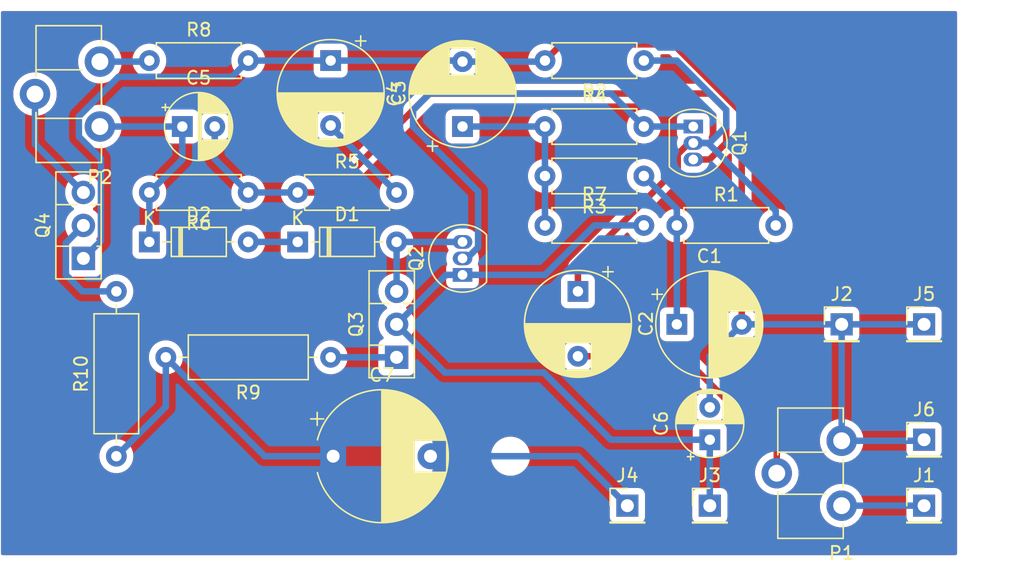
<source format=kicad_pcb>
(kicad_pcb (version 20211014) (generator pcbnew)
  (layers (0 "F.Cu" signal) (31 "B.Cu" signal) (34 "B.Paste" user) (35 "F.Paste" user) (36 "B.SilkS" user "B.Silkscreen") (37 "F.SilkS" user "F.Silkscreen") (38 "B.Mask" user) (39 "F.Mask" user) (44 "Edge.Cuts" user))
  (net 0 "")
  (net 1 "Earth")
  (net 2 "Net-(C1-Pad1)")
  (net 3 "Net-(C2-Pad2)")
  (net 4 "Net-(C2-Pad1)")
  (net 5 "Net-(C3-Pad2)")
  (net 6 "Net-(C4-Pad1)")
  (net 7 "Net-(C5-Pad2)")
  (net 8 "Net-(C5-Pad1)")
  (net 9 "Net-(C6-Pad1)")
  (net 10 "Net-(C7-Pad2)")
  (net 11 "Net-(C7-Pad1)")
  (net 12 "Net-(D1-Pad2)")
  (net 13 "Net-(D1-Pad1)")
  (net 14 "Net-(J1-Pad1)")
  (net 15 "Net-(P2-Pad2)")
  (net 16 "Net-(P2-Pad3)")
  (net 17 "Net-(Q1-Pad1)")
  (net 18 "Net-(Q3-Pad1)")
  (net 19 "Net-(Q4-Pad2)")
  (footprint "Capacitor_THT:CP_Radial_D8.0mm_P5.00mm" (layer "F.Cu") (at 156.21 83.74)
    (fp_text reference "C1" (at 2.5 -5.25) (layer "F.SilkS"))
    (fp_text value "470µF")
    (pad "1" thru_hole rect locked (at 0 0) (size 1.6 1.6) (drill 0.8) (layers *.Cu *.Mask) (net 2 "Net-(C1-Pad1)"))
    (pad "2" thru_hole circle locked (at 5 0) (size 1.6 1.6) (drill 0.8) (layers *.Cu *.Mask) (net 1 "Earth"))
  )
  (footprint "Capacitor_THT:CP_Radial_D8.0mm_P5.00mm" (layer "F.Cu") (at 148.59 81.2 -90)
    (fp_text reference "C2" (at 2.5 -5.25 90) (layer "F.SilkS"))
    (fp_text value "100nF")
    (pad "1" thru_hole rect locked (at 0 0 270) (size 1.6 1.6) (drill 0.8) (layers *.Cu *.Mask) (net 4 "Net-(C2-Pad1)"))
    (pad "2" thru_hole circle locked (at 5 0 270) (size 1.6 1.6) (drill 0.8) (layers *.Cu *.Mask) (net 3 "Net-(C2-Pad2)"))
  )
  (footprint "Capacitor_THT:CP_Radial_D8.0mm_P5.00mm" (layer "F.Cu") (at 129.54 63.42 -90)
    (fp_text reference "C3" (at 2.5 -5.25 90) (layer "F.SilkS"))
    (fp_text value "330µF")
    (pad "1" thru_hole rect locked (at 0 0 270) (size 1.6 1.6) (drill 0.8) (layers *.Cu *.Mask) (net 1 "Earth"))
    (pad "2" thru_hole circle locked (at 5 0 270) (size 1.6 1.6) (drill 0.8) (layers *.Cu *.Mask) (net 5 "Net-(C3-Pad2)"))
  )
  (footprint "Capacitor_THT:CP_Radial_D8.0mm_P5.00mm" (layer "F.Cu") (at 139.7 68.5 90)
    (fp_text reference "C4" (at 2.5 -5.25 90) (layer "F.SilkS"))
    (fp_text value "220µF")
    (pad "1" thru_hole rect locked (at 0 0 90) (size 1.6 1.6) (drill 0.8) (layers *.Cu *.Mask) (net 6 "Net-(C4-Pad1)"))
    (pad "2" thru_hole circle locked (at 5 0 90) (size 1.6 1.6) (drill 0.8) (layers *.Cu *.Mask) (net 1 "Earth"))
  )
  (footprint "Capacitor_THT:CP_Radial_D5.0mm_P2.50mm" (layer "F.Cu") (at 118.11 68.5)
    (fp_text reference "C5" (at 1.25 -3.75) (layer "F.SilkS"))
    (fp_text value "150pF")
    (pad "1" thru_hole rect locked (at 0 0) (size 1.6 1.6) (drill 0.8) (layers *.Cu *.Mask) (net 8 "Net-(C5-Pad1)"))
    (pad "2" thru_hole circle locked (at 2.5 0) (size 1.6 1.6) (drill 0.8) (layers *.Cu *.Mask) (net 7 "Net-(C5-Pad2)"))
  )
  (footprint "Capacitor_THT:CP_Radial_D5.0mm_P2.50mm" (layer "F.Cu") (at 158.75 92.63 90)
    (fp_text reference "C6" (at 1.25 -3.75 90) (layer "F.SilkS"))
    (fp_text value "100µF")
    (pad "1" thru_hole rect locked (at 0 0 90) (size 1.6 1.6) (drill 0.8) (layers *.Cu *.Mask) (net 9 "Net-(C6-Pad1)"))
    (pad "2" thru_hole circle locked (at 2.5 0 90) (size 1.6 1.6) (drill 0.8) (layers *.Cu *.Mask) (net 1 "Earth"))
  )
  (footprint "Capacitor_THT:CP_Radial_D10.0mm_P7.50mm" (layer "F.Cu") (at 129.732323 93.9)
    (fp_text reference "C7" (at 3.75 -6.25) (layer "F.SilkS"))
    (fp_text value "220µF")
    (pad "1" thru_hole rect locked (at 0 0) (size 2 2) (drill 1) (layers *.Cu *.Mask) (net 11 "Net-(C7-Pad1)"))
    (pad "2" thru_hole circle locked (at 7.5 0) (size 2 2) (drill 1) (layers *.Cu *.Mask) (net 10 "Net-(C7-Pad2)"))
  )
  (footprint "Diode_THT:D_DO-35_SOD27_P7.62mm_Horizontal" (layer "F.Cu") (at 127 77.39)
    (fp_text reference "D1" (at 3.81 -2.12) (layer "F.SilkS"))
    (fp_text value "1N4148")
    (fp_text user "K" (at 0 -1.8) (layer "F.SilkS"))
    (pad "1" thru_hole rect locked (at 0 0) (size 1.6 1.6) (drill 0.8) (layers *.Cu *.Mask) (net 13 "Net-(D1-Pad1)"))
    (pad "2" thru_hole oval locked (at 7.62 0) (size 1.6 1.6) (drill 0.8) (layers *.Cu *.Mask) (net 12 "Net-(D1-Pad2)"))
  )
  (footprint "Diode_THT:D_DO-35_SOD27_P7.62mm_Horizontal" (layer "F.Cu") (at 115.57 77.39)
    (fp_text reference "D2" (at 3.81 -2.12) (layer "F.SilkS"))
    (fp_text value "1N4148")
    (fp_text user "K" (at 0 -1.8) (layer "F.SilkS"))
    (pad "1" thru_hole rect locked (at 0 0) (size 1.6 1.6) (drill 0.8) (layers *.Cu *.Mask) (net 8 "Net-(C5-Pad1)"))
    (pad "2" thru_hole oval locked (at 7.62 0) (size 1.6 1.6) (drill 0.8) (layers *.Cu *.Mask) (net 13 "Net-(D1-Pad1)"))
  )
  (footprint "Connector_PinHeader_2.54mm:PinHeader_1x01_P2.54mm_Vertical" (layer "F.Cu") (at 175.26 97.71)
    (fp_text reference "J1" (at 0 -2.33) (layer "F.SilkS"))
    (fp_text value "Conn_01x01_Female")
    (pad "1" thru_hole rect locked (at 0 0) (size 1.7 1.7) (drill 1) (layers *.Cu *.Mask) (net 14 "Net-(J1-Pad1)"))
  )
  (footprint "Connector_PinHeader_2.54mm:PinHeader_1x01_P2.54mm_Vertical" (layer "F.Cu") (at 168.91 83.74)
    (fp_text reference "J2" (at 0 -2.33) (layer "F.SilkS"))
    (fp_text value "Conn_01x01_Female")
    (pad "1" thru_hole rect locked (at 0 0) (size 1.7 1.7) (drill 1) (layers *.Cu *.Mask) (net 1 "Earth"))
  )
  (footprint "Connector_PinHeader_2.54mm:PinHeader_1x01_P2.54mm_Vertical" (layer "F.Cu") (at 158.75 97.71)
    (fp_text reference "J3" (at 0 -2.33) (layer "F.SilkS"))
    (fp_text value "Conn_01x01_Female")
    (pad "1" thru_hole rect locked (at 0 0) (size 1.7 1.7) (drill 1) (layers *.Cu *.Mask) (net 9 "Net-(C6-Pad1)"))
  )
  (footprint "Connector_PinHeader_2.54mm:PinHeader_1x01_P2.54mm_Vertical" (layer "F.Cu") (at 152.4 97.71)
    (fp_text reference "J4" (at 0 -2.33) (layer "F.SilkS"))
    (fp_text value "Conn_01x01_Female")
    (pad "1" thru_hole rect locked (at 0 0) (size 1.7 1.7) (drill 1) (layers *.Cu *.Mask) (net 10 "Net-(C7-Pad2)"))
  )
  (footprint "Connector_PinHeader_2.54mm:PinHeader_1x01_P2.54mm_Vertical" (layer "F.Cu") (at 175.26 83.74)
    (fp_text reference "J5" (at 0 -2.33) (layer "F.SilkS"))
    (fp_text value "Conn_01x01_Female")
    (pad "1" thru_hole rect locked (at 0 0) (size 1.7 1.7) (drill 1) (layers *.Cu *.Mask) (net 1 "Earth"))
  )
  (footprint "Connector_PinHeader_2.54mm:PinHeader_1x01_P2.54mm_Vertical" (layer "F.Cu") (at 175.26 92.63)
    (fp_text reference "J6" (at 0 -2.33) (layer "F.SilkS"))
    (fp_text value "Conn_01x01_Female")
    (pad "1" thru_hole rect locked (at 0 0) (size 1.7 1.7) (drill 1) (layers *.Cu *.Mask) (net 1 "Earth"))
  )
  (footprint "Potentiometer_THT:Potentiometer_ACP_CA9-H5_Horizontal" (layer "F.Cu") (at 168.91 97.71 180)
    (fp_text reference "P1" (at 0 -3.65) (layer "F.SilkS"))
    (fp_text value "100k")
    (pad "1" thru_hole circle locked (at 0 0 180) (size 2.34 2.34) (drill 1.3) (layers *.Cu *.Mask) (net 14 "Net-(J1-Pad1)"))
    (pad "2" thru_hole circle locked (at 5 2.5 180) (size 2.34 2.34) (drill 1.3) (layers *.Cu *.Mask) (net 3 "Net-(C2-Pad2)"))
    (pad "3" thru_hole circle locked (at 0 5 180) (size 2.34 2.34) (drill 1.3) (layers *.Cu *.Mask) (net 1 "Earth"))
  )
  (footprint "Potentiometer_THT:Potentiometer_Piher_PT-10-H05_Horizontal" (layer "F.Cu") (at 111.76 68.5 180)
    (fp_text reference "P2" (at 0 -3.9) (layer "F.SilkS"))
    (fp_text value "470")
    (pad "1" thru_hole circle locked (at 0 0 180) (size 2.34 2.34) (drill 1.3) (layers *.Cu *.Mask) (net 8 "Net-(C5-Pad1)"))
    (pad "2" thru_hole circle locked (at 5 2.5 180) (size 2.34 2.34) (drill 1.3) (layers *.Cu *.Mask) (net 15 "Net-(P2-Pad2)"))
    (pad "3" thru_hole circle locked (at 0 5 180) (size 2.34 2.34) (drill 1.3) (layers *.Cu *.Mask) (net 16 "Net-(P2-Pad3)"))
  )
  (footprint "Package_TO_SOT_THT:TO-92_Inline" (layer "F.Cu") (at 157.48 68.5 -90)
    (fp_text reference "Q1" (at 1.27 -3.56 90) (layer "F.SilkS"))
    (fp_text value "BC547")
    (pad "1" thru_hole rect locked (at 0 0 270) (size 1.05 1.5) (drill 0.75) (layers *.Cu *.Mask) (net 17 "Net-(Q1-Pad1)"))
    (pad "2" thru_hole oval locked (at 1.27 0 270) (size 1.05 1.5) (drill 0.75) (layers *.Cu *.Mask) (net 4 "Net-(C2-Pad1)"))
    (pad "3" thru_hole oval locked (at 2.54 0 270) (size 1.05 1.5) (drill 0.75) (layers *.Cu *.Mask) (net 7 "Net-(C5-Pad2)"))
  )
  (footprint "Package_TO_SOT_THT:TO-92_Inline" (layer "F.Cu") (at 139.7 79.93 90)
    (fp_text reference "Q2" (at 1.27 -3.56 90) (layer "F.SilkS"))
    (fp_text value "BC558")
    (pad "1" thru_hole rect locked (at 0 0 90) (size 1.05 1.5) (drill 0.75) (layers *.Cu *.Mask) (net 9 "Net-(C6-Pad1)"))
    (pad "2" thru_hole oval locked (at 1.27 0 90) (size 1.05 1.5) (drill 0.75) (layers *.Cu *.Mask) (net 17 "Net-(Q1-Pad1)"))
    (pad "3" thru_hole oval locked (at 2.54 0 90) (size 1.05 1.5) (drill 0.75) (layers *.Cu *.Mask) (net 12 "Net-(D1-Pad2)"))
  )
  (footprint "Package_TO_SOT_THT:TO-126-3_Vertical" (layer "F.Cu") (at 134.62 86.28 90)
    (fp_text reference "Q3" (at 2.54 -3.12 90) (layer "F.SilkS"))
    (fp_text value "BD139")
    (pad "1" thru_hole rect locked (at 0 0 90) (size 1.8 1.8) (drill 1) (layers *.Cu *.Mask) (net 18 "Net-(Q3-Pad1)"))
    (pad "2" thru_hole oval locked (at 2.54 0 90) (size 1.8 1.8) (drill 1) (layers *.Cu *.Mask) (net 9 "Net-(C6-Pad1)"))
    (pad "3" thru_hole oval locked (at 5.08 0 90) (size 1.8 1.8) (drill 1) (layers *.Cu *.Mask) (net 12 "Net-(D1-Pad2)"))
  )
  (footprint "Package_TO_SOT_THT:TO-126-3_Vertical" (layer "F.Cu") (at 110.49 78.66 90)
    (fp_text reference "Q4" (at 2.54 -3.12 90) (layer "F.SilkS"))
    (fp_text value "BD140")
    (pad "1" thru_hole rect locked (at 0 0 90) (size 1.8 1.8) (drill 1) (layers *.Cu *.Mask) (net 1 "Earth"))
    (pad "2" thru_hole oval locked (at 2.54 0 90) (size 1.8 1.8) (drill 1) (layers *.Cu *.Mask) (net 19 "Net-(Q4-Pad2)"))
    (pad "3" thru_hole oval locked (at 5.08 0 90) (size 1.8 1.8) (drill 1) (layers *.Cu *.Mask) (net 15 "Net-(P2-Pad2)"))
  )
  (footprint "Resistor_THT:R_Axial_DIN0207_L6.3mm_D2.5mm_P7.62mm_Horizontal" (layer "F.Cu") (at 156.21 76.12)
    (fp_text reference "R1" (at 3.81 -2.37) (layer "F.SilkS"))
    (fp_text value "27k")
    (pad "1" thru_hole circle locked (at 0 0) (size 1.6 1.6) (drill 0.8) (layers *.Cu *.Mask) (net 2 "Net-(C1-Pad1)"))
    (pad "2" thru_hole oval locked (at 7.62 0) (size 1.6 1.6) (drill 0.8) (layers *.Cu *.Mask) (net 4 "Net-(C2-Pad1)"))
  )
  (footprint "Resistor_THT:R_Axial_DIN0207_L6.3mm_D2.5mm_P7.62mm_Horizontal" (layer "F.Cu") (at 153.67 63.42 180)
    (fp_text reference "R2" (at 3.81 -2.37) (layer "F.SilkS"))
    (fp_text value "100k")
    (pad "1" thru_hole circle locked (at 0 0 180) (size 1.6 1.6) (drill 0.8) (layers *.Cu *.Mask) (net 4 "Net-(C2-Pad1)"))
    (pad "2" thru_hole oval locked (at 7.62 0 180) (size 1.6 1.6) (drill 0.8) (layers *.Cu *.Mask) (net 1 "Earth"))
  )
  (footprint "Resistor_THT:R_Axial_DIN0207_L6.3mm_D2.5mm_P7.62mm_Horizontal" (layer "F.Cu") (at 153.67 72.31 180)
    (fp_text reference "R3" (at 3.81 -2.37) (layer "F.SilkS"))
    (fp_text value "27k")
    (pad "1" thru_hole circle locked (at 0 0 180) (size 1.6 1.6) (drill 0.8) (layers *.Cu *.Mask) (net 2 "Net-(C1-Pad1)"))
    (pad "2" thru_hole oval locked (at 7.62 0 180) (size 1.6 1.6) (drill 0.8) (layers *.Cu *.Mask) (net 6 "Net-(C4-Pad1)"))
  )
  (footprint "Resistor_THT:R_Axial_DIN0207_L6.3mm_D2.5mm_P7.62mm_Horizontal" (layer "F.Cu") (at 146.05 68.5)
    (fp_text reference "R4" (at 3.81 -2.37) (layer "F.SilkS"))
    (fp_text value "12k")
    (pad "1" thru_hole circle locked (at 0 0) (size 1.6 1.6) (drill 0.8) (layers *.Cu *.Mask) (net 6 "Net-(C4-Pad1)"))
    (pad "2" thru_hole oval locked (at 7.62 0) (size 1.6 1.6) (drill 0.8) (layers *.Cu *.Mask) (net 17 "Net-(Q1-Pad1)"))
  )
  (footprint "Resistor_THT:R_Axial_DIN0207_L6.3mm_D2.5mm_P7.62mm_Horizontal" (layer "F.Cu") (at 127 73.58)
    (fp_text reference "R5" (at 3.81 -2.37) (layer "F.SilkS"))
    (fp_text value "1k")
    (pad "1" thru_hole circle locked (at 0 0) (size 1.6 1.6) (drill 0.8) (layers *.Cu *.Mask) (net 7 "Net-(C5-Pad2)"))
    (pad "2" thru_hole oval locked (at 7.62 0) (size 1.6 1.6) (drill 0.8) (layers *.Cu *.Mask) (net 5 "Net-(C3-Pad2)"))
  )
  (footprint "Resistor_THT:R_Axial_DIN0207_L6.3mm_D2.5mm_P7.62mm_Horizontal" (layer "F.Cu") (at 123.19 73.58 180)
    (fp_text reference "R6" (at 3.81 -2.37) (layer "F.SilkS"))
    (fp_text value "22k")
    (pad "1" thru_hole circle locked (at 0 0 180) (size 1.6 1.6) (drill 0.8) (layers *.Cu *.Mask) (net 7 "Net-(C5-Pad2)"))
    (pad "2" thru_hole oval locked (at 7.62 0 180) (size 1.6 1.6) (drill 0.8) (layers *.Cu *.Mask) (net 8 "Net-(C5-Pad1)"))
  )
  (footprint "Resistor_THT:R_Axial_DIN0207_L6.3mm_D2.5mm_P7.62mm_Horizontal" (layer "F.Cu") (at 146.05 76.12)
    (fp_text reference "R7" (at 3.81 -2.37) (layer "F.SilkS"))
    (fp_text value "330")
    (pad "1" thru_hole circle locked (at 0 0) (size 1.6 1.6) (drill 0.8) (layers *.Cu *.Mask) (net 6 "Net-(C4-Pad1)"))
    (pad "2" thru_hole oval locked (at 7.62 0) (size 1.6 1.6) (drill 0.8) (layers *.Cu *.Mask) (net 9 "Net-(C6-Pad1)"))
  )
  (footprint "Resistor_THT:R_Axial_DIN0207_L6.3mm_D2.5mm_P7.62mm_Horizontal" (layer "F.Cu") (at 115.57 63.42)
    (fp_text reference "R8" (at 3.81 -2.37) (layer "F.SilkS"))
    (fp_text value "1k8")
    (pad "1" thru_hole circle locked (at 0 0) (size 1.6 1.6) (drill 0.8) (layers *.Cu *.Mask) (net 16 "Net-(P2-Pad3)"))
    (pad "2" thru_hole oval locked (at 7.62 0) (size 1.6 1.6) (drill 0.8) (layers *.Cu *.Mask) (net 1 "Earth"))
  )
  (footprint "Resistor_THT:R_Axial_DIN0309_L9.0mm_D3.2mm_P12.70mm_Horizontal" (layer "F.Cu") (at 129.54 86.28 180)
    (fp_text reference "R9" (at 6.35 -2.72) (layer "F.SilkS"))
    (fp_text value "1")
    (pad "1" thru_hole circle locked (at 0 0 180) (size 1.6 1.6) (drill 0.8) (layers *.Cu *.Mask) (net 18 "Net-(Q3-Pad1)"))
    (pad "2" thru_hole oval locked (at 12.7 0 180) (size 1.6 1.6) (drill 0.8) (layers *.Cu *.Mask) (net 11 "Net-(C7-Pad1)"))
  )
  (footprint "Resistor_THT:R_Axial_DIN0309_L9.0mm_D3.2mm_P12.70mm_Horizontal" (layer "F.Cu") (at 113.03 93.9 90)
    (fp_text reference "R10" (at 6.35 -2.72 90) (layer "F.SilkS"))
    (fp_text value "1")
    (pad "1" thru_hole circle locked (at 0 0 90) (size 1.6 1.6) (drill 0.8) (layers *.Cu *.Mask) (net 11 "Net-(C7-Pad1)"))
    (pad "2" thru_hole oval locked (at 12.7 0 90) (size 1.6 1.6) (drill 0.8) (layers *.Cu *.Mask) (net 19 "Net-(Q4-Pad2)"))
  )
  (gr_circle (center 129.732323 93.9) (end 130.81 93.9) (layer "F.Cu") (width 0.2) (fill none))
  (segment (start 161.21 67.430037) (end 155.949962 62.169999) (width 0.5) (layer "F.Cu") (net 1))
  (segment (start 161.21 83.74) (end 161.21 67.430037) (width 0.5) (layer "F.Cu") (net 1))
  (segment (start 155.949962 62.169999) (end 147.300001 62.169999) (width 0.5) (layer "F.Cu") (net 1))
  (segment (start 147.300001 62.169999) (end 146.05 63.42) (width 0.5) (layer "F.Cu") (net 1))
  (segment (start 158.75 86.2) (end 161.21 83.74) (width 0.5) (layer "B.Cu") (net 1))
  (segment (start 110.49 78.66) (end 111.840001 77.309999) (width 0.5) (layer "B.Cu") (net 1))
  (segment (start 139.7 63.5) (end 145.97 63.5) (width 0.5) (layer "B.Cu") (net 1))
  (segment (start 110.139999 67.722399) (end 113.192397 64.670001) (width 0.5) (layer "B.Cu") (net 1))
  (segment (start 158.75 90.13) (end 158.75 86.2) (width 0.5) (layer "B.Cu") (net 1))
  (segment (start 161.21 83.74) (end 168.91 83.74) (width 0.5) (layer "B.Cu") (net 1))
  (segment (start 175.18 92.71) (end 175.26 92.63) (width 0.5) (layer "B.Cu") (net 1))
  (segment (start 175.26 83.74) (end 168.91 83.74) (width 0.5) (layer "B.Cu") (net 1))
  (segment (start 121.939999 64.670001) (end 123.19 63.42) (width 0.5) (layer "B.Cu") (net 1))
  (segment (start 110.139999 69.277601) (end 110.139999 67.722399) (width 0.5) (layer "B.Cu") (net 1))
  (segment (start 111.840001 77.309999) (end 111.840001 70.977603) (width 0.5) (layer "B.Cu") (net 1))
  (segment (start 168.91 83.74) (end 168.91 92.71) (width 0.5) (layer "B.Cu") (net 1))
  (segment (start 113.192397 64.670001) (end 121.939999 64.670001) (width 0.5) (layer "B.Cu") (net 1))
  (segment (start 111.840001 70.977603) (end 110.139999 69.277601) (width 0.5) (layer "B.Cu") (net 1))
  (segment (start 168.91 92.71) (end 175.18 92.71) (width 0.5) (layer "B.Cu") (net 1))
  (segment (start 145.97 63.5) (end 146.05 63.42) (width 0.5) (layer "B.Cu") (net 1))
  (segment (start 123.19 63.42) (end 129.54 63.42) (width 0.5) (layer "B.Cu") (net 1))
  (segment (start 139.62 63.42) (end 139.7 63.5) (width 0.5) (layer "B.Cu") (net 1))
  (segment (start 129.54 63.42) (end 139.62 63.42) (width 0.5) (layer "B.Cu") (net 1))
  (segment (start 153.67 72.31) (end 156.21 74.85) (width 0.5) (layer "B.Cu") (net 2))
  (segment (start 156.21 83.74) (end 156.21 76.12) (width 0.5) (layer "B.Cu") (net 2))
  (segment (start 156.21 74.85) (end 156.21 76.12) (width 0.5) (layer "B.Cu") (net 2))
  (segment (start 163.91 95.21) (end 163.91 93.439998) (width 0.5) (layer "F.Cu") (net 3))
  (segment (start 156.670002 86.2) (end 148.59 86.2) (width 0.5) (layer "F.Cu") (net 3))
  (segment (start 163.91 93.439998) (end 156.670002 86.2) (width 0.5) (layer "F.Cu") (net 3))
  (segment (start 156.27999 71.660008) (end 148.59 79.349998) (width 0.5) (layer "F.Cu") (net 4))
  (segment (start 156.27999 70.636138) (end 156.27999 71.660008) (width 0.5) (layer "F.Cu") (net 4))
  (segment (start 157.48 69.77) (end 157.146128 69.77) (width 0.5) (layer "F.Cu") (net 4))
  (segment (start 148.59 79.349998) (end 148.59 81.2) (width 0.5) (layer "F.Cu") (net 4))
  (segment (start 157.146128 69.77) (end 156.27999 70.636138) (width 0.5) (layer "F.Cu") (net 4))
  (segment (start 158.73 69.77) (end 160.02 68.48) (width 0.5) (layer "B.Cu") (net 4))
  (segment (start 163.83 76.12) (end 163.83 74.98863) (width 0.5) (layer "B.Cu") (net 4))
  (segment (start 160.02 68.48) (end 160.02 67.23) (width 0.5) (layer "B.Cu") (net 4))
  (segment (start 158.61137 69.77) (end 157.48 69.77) (width 0.5) (layer "B.Cu") (net 4))
  (segment (start 163.83 74.98863) (end 158.61137 69.77) (width 0.5) (layer "B.Cu") (net 4))
  (segment (start 160.02 67.23) (end 156.21 63.42) (width 0.5) (layer "B.Cu") (net 4))
  (segment (start 157.48 69.77) (end 158.73 69.77) (width 0.5) (layer "B.Cu") (net 4))
  (segment (start 156.21 63.42) (end 153.67 63.42) (width 0.5) (layer "B.Cu") (net 4))
  (segment (start 129.54 68.5) (end 129.54 68.42) (width 0.5) (layer "B.Cu") (net 5))
  (segment (start 134.62 73.58) (end 129.54 68.5) (width 0.5) (layer "B.Cu") (net 5))
  (segment (start 139.7 68.5) (end 146.05 68.5) (width 0.5) (layer "B.Cu") (net 6))
  (segment (start 146.05 72.31) (end 146.05 76.12) (width 0.5) (layer "B.Cu") (net 6))
  (segment (start 146.05 68.5) (end 146.05 72.31) (width 0.5) (layer "B.Cu") (net 6))
  (segment (start 158.73 71.04) (end 160.02 69.75) (width 0.5) (layer "F.Cu") (net 7))
  (segment (start 160.02 69.75) (end 160.02 67.23) (width 0.5) (layer "F.Cu") (net 7))
  (segment (start 137.16 65.96) (end 129.54 73.58) (width 0.5) (layer "F.Cu") (net 7))
  (segment (start 158.75 65.96) (end 137.16 65.96) (width 0.5) (layer "F.Cu") (net 7))
  (segment (start 129.54 73.58) (end 127 73.58) (width 0.5) (layer "F.Cu") (net 7))
  (segment (start 157.48 71.04) (end 158.73 71.04) (width 0.5) (layer "F.Cu") (net 7))
  (segment (start 160.02 67.23) (end 158.75 65.96) (width 0.5) (layer "F.Cu") (net 7))
  (segment (start 120.61 71) (end 123.19 73.58) (width 0.5) (layer "B.Cu") (net 7))
  (segment (start 120.61 68.5) (end 120.61 71) (width 0.5) (layer "B.Cu") (net 7))
  (segment (start 123.19 73.58) (end 127 73.58) (width 0.5) (layer "B.Cu") (net 7))
  (segment (start 111.76 68.5) (end 118.11 68.5) (width 0.5) (layer "B.Cu") (net 8))
  (segment (start 118.11 71.04) (end 115.57 73.58) (width 0.5) (layer "B.Cu") (net 8))
  (segment (start 118.11 68.5) (end 118.11 71.04) (width 0.5) (layer "B.Cu") (net 8))
  (segment (start 115.57 77.39) (end 115.57 73.58) (width 0.5) (layer "B.Cu") (net 8))
  (segment (start 139.7 79.93) (end 146.05 79.93) (width 0.5) (layer "B.Cu") (net 9))
  (segment (start 158.75 97.71) (end 158.75 92.63) (width 0.5) (layer "B.Cu") (net 9))
  (segment (start 151.13 92.63) (end 158.75 92.63) (width 0.5) (layer "B.Cu") (net 9))
  (segment (start 138.330001 87.450001) (end 145.950001 87.450001) (width 0.5) (layer "B.Cu") (net 9))
  (segment (start 134.62 83.74) (end 138.330001 87.450001) (width 0.5) (layer "B.Cu") (net 9))
  (segment (start 146.05 79.93) (end 149.86 76.12) (width 0.5) (layer "B.Cu") (net 9))
  (segment (start 138.43 79.93) (end 139.7 79.93) (width 0.5) (layer "B.Cu") (net 9))
  (segment (start 149.86 76.12) (end 153.67 76.12) (width 0.5) (layer "B.Cu") (net 9))
  (segment (start 145.950001 87.450001) (end 151.13 92.63) (width 0.5) (layer "B.Cu") (net 9))
  (segment (start 134.62 83.74) (end 138.43 79.93) (width 0.5) (layer "B.Cu") (net 9))
  (segment (start 148.59 93.9) (end 152.4 97.71) (width 0.5) (layer "B.Cu") (net 10))
  (segment (start 137.232323 93.9) (end 148.59 93.9) (width 0.5) (layer "B.Cu") (net 10))
  (segment (start 116.84 90.09) (end 113.03 93.9) (width 0.5) (layer "B.Cu") (net 11))
  (segment (start 116.84 86.28) (end 124.46 93.9) (width 0.5) (layer "B.Cu") (net 11))
  (segment (start 116.84 86.28) (end 116.84 90.09) (width 0.5) (layer "B.Cu") (net 11))
  (segment (start 124.46 93.9) (end 129.732323 93.9) (width 0.5) (layer "B.Cu") (net 11))
  (segment (start 134.62 77.39) (end 139.7 77.39) (width 0.5) (layer "B.Cu") (net 12))
  (segment (start 134.62 77.39) (end 134.62 81.2) (width 0.5) (layer "B.Cu") (net 12))
  (segment (start 123.19 77.39) (end 127 77.39) (width 0.5) (layer "B.Cu") (net 13))
  (segment (start 168.91 97.71) (end 175.26 97.71) (width 0.5) (layer "B.Cu") (net 14))
  (segment (start 106.76 69.85) (end 110.49 73.58) (width 0.5) (layer "B.Cu") (net 15))
  (segment (start 106.76 66) (end 106.76 69.85) (width 0.5) (layer "B.Cu") (net 15))
  (segment (start 111.76 63.5) (end 115.49 63.5) (width 0.5) (layer "B.Cu") (net 16))
  (segment (start 115.49 63.5) (end 115.57 63.42) (width 0.5) (layer "B.Cu") (net 16))
  (segment (start 137.16 65.96) (end 151.13 65.96) (width 0.5) (layer "B.Cu") (net 17))
  (segment (start 157.48 68.5) (end 153.67 68.5) (width 0.5) (layer "B.Cu") (net 17))
  (segment (start 140.033872 78.66) (end 140.90001 77.793862) (width 0.5) (layer "B.Cu") (net 17))
  (segment (start 139.7 78.66) (end 140.033872 78.66) (width 0.5) (layer "B.Cu") (net 17))
  (segment (start 151.13 65.96) (end 153.67 68.5) (width 0.5) (layer "B.Cu") (net 17))
  (segment (start 135.89 67.23) (end 137.16 65.96) (width 0.5) (layer "B.Cu") (net 17))
  (segment (start 140.90001 73.51001) (end 135.89 68.5) (width 0.5) (layer "B.Cu") (net 17))
  (segment (start 135.89 68.5) (end 135.89 67.23) (width 0.5) (layer "B.Cu") (net 17))
  (segment (start 140.90001 77.793862) (end 140.90001 73.51001) (width 0.5) (layer "B.Cu") (net 17))
  (segment (start 129.54 86.28) (end 134.62 86.28) (width 0.5) (layer "B.Cu") (net 18))
  (segment (start 109.139999 79.920001) (end 110.419998 81.2) (width 0.5) (layer "B.Cu") (net 19))
  (segment (start 110.49 76.12) (end 109.139999 77.470001) (width 0.5) (layer "B.Cu") (net 19))
  (segment (start 109.139999 77.470001) (end 109.139999 79.920001) (width 0.5) (layer "B.Cu") (net 19))
  (segment (start 110.419998 81.2) (end 113.03 81.2) (width 0.5) (layer "B.Cu") (net 19))
  (zone (net 0) (net_name "") (layer "F.Cu") (connect_pads (clearance 0.508)) (min_thickness 0.254) (fill yes (thermal_gap 0.508) (thermal_bridge_width 0.508))
    (polygon (pts (xy 177.8 101.52) (xy 104.14 101.52) (xy 104.14 59.61) (xy 177.8 59.61)))
  )
  (zone (net 0) (net_name "") (layer "B.Cu") (connect_pads (clearance 0.508)) (min_thickness 0.254) (fill yes (thermal_gap 0.508) (thermal_bridge_width 0.508))
    (polygon (pts (xy 177.8 101.52) (xy 104.14 101.52) (xy 104.14 59.61) (xy 177.8 59.61)))
  )
)
</source>
